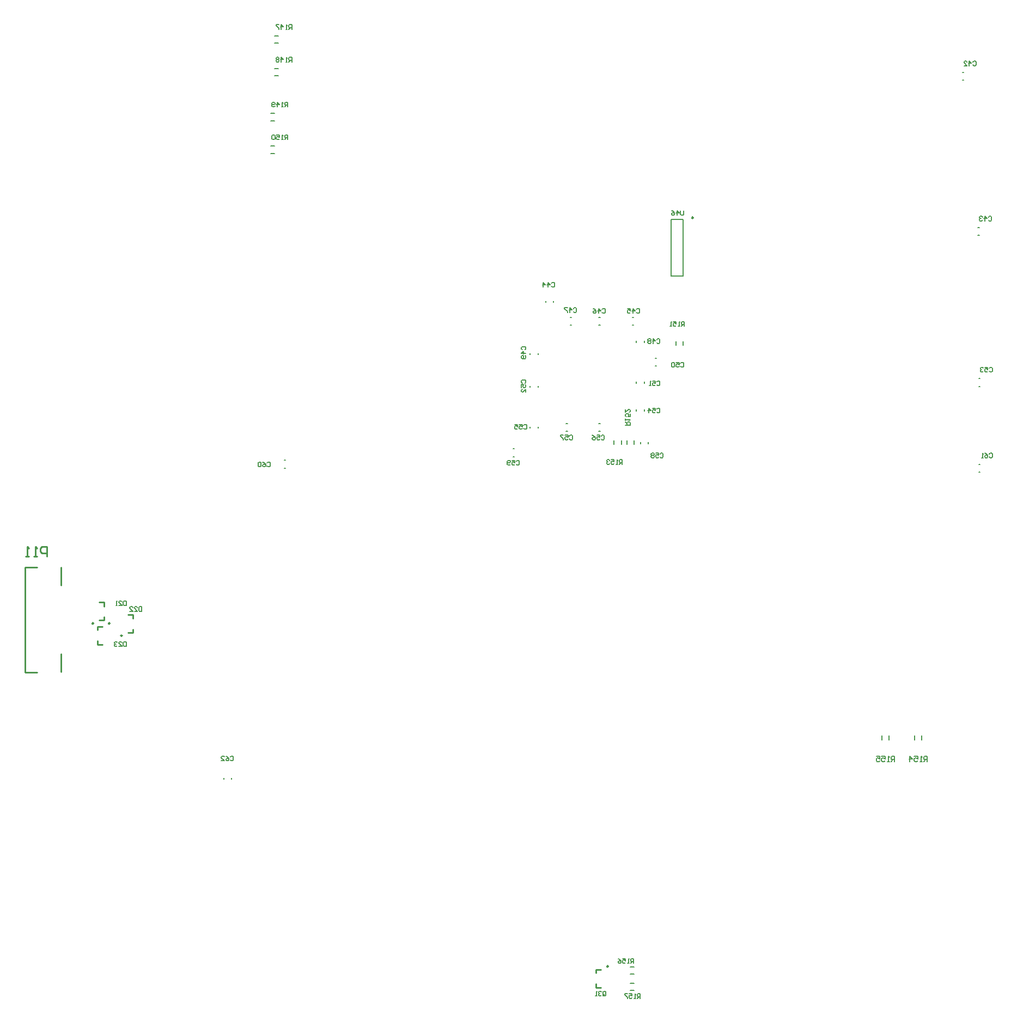
<source format=gbo>
G04 Layer_Color=32896*
%FSAX44Y44*%
%MOMM*%
G71*
G01*
G75*
%ADD50C,0.2540*%
%ADD98C,0.2000*%
%ADD99C,0.2500*%
%ADD102C,0.1270*%
D50*
X00699770Y00857250D02*
G03*
X00699770Y00857250I-00001270J00000000D01*
G01*
X00655320Y00876300D02*
G03*
X00655320Y00876300I-00001270J00000000D01*
G01*
X00680720D02*
G03*
X00680720Y00876300I-00001270J00000000D01*
G01*
X01455420Y00342900D02*
G03*
X01455420Y00342900I-00001270J00000000D01*
G01*
X00708660Y00890270D02*
X00716280D01*
Y00883920D02*
Y00890270D01*
Y00862330D02*
Y00867410D01*
X00708660Y00862330D02*
X00716280D01*
X00604520Y00801370D02*
Y00829310D01*
Y00935990D02*
Y00963930D01*
X00548640D02*
X00567690D01*
X00548640Y00800100D02*
Y00963930D01*
Y00800100D02*
X00567690D01*
X00664210Y00909320D02*
X00671830D01*
Y00902970D02*
Y00909320D01*
Y00881380D02*
Y00886460D01*
X00664210Y00881380D02*
X00671830D01*
X00661670Y00843280D02*
X00669290D01*
X00661670D02*
Y00849630D01*
Y00866140D02*
Y00871220D01*
X00669290D01*
X01436370Y00337820D02*
X01443990D01*
X01436370Y00332740D02*
Y00337820D01*
Y00309880D02*
Y00316230D01*
Y00309880D02*
X01443990D01*
X00582930Y00980440D02*
Y00995675D01*
X00575312D01*
X00572773Y00993136D01*
Y00988057D01*
X00575312Y00985518D01*
X00582930D01*
X00567695Y00980440D02*
X00562617D01*
X00565156D01*
Y00995675D01*
X00567695Y00993136D01*
X00554999Y00980440D02*
X00549921D01*
X00552460D01*
Y00995675D01*
X00554999Y00993136D01*
D98*
X01571100Y01416500D02*
Y01504500D01*
X01553100Y01416500D02*
Y01504500D01*
X01571100D01*
X01553100Y01416500D02*
X01571100D01*
X01942500Y00695500D02*
Y00701500D01*
X01931000Y00695500D02*
Y00701500D01*
X01891700Y00695500D02*
Y00701500D01*
X01880200Y00695500D02*
Y00701500D01*
X01346100Y01243600D02*
Y01245600D01*
X01333600Y01243600D02*
Y01245600D01*
X00869850Y00634000D02*
Y00636000D01*
X00857350Y00634000D02*
Y00636000D01*
X01495650Y01154650D02*
Y01160650D01*
X01484150Y01154650D02*
Y01160650D01*
X01571660Y01308910D02*
Y01314910D01*
X01560160Y01308910D02*
Y01314910D01*
X01492520Y01352450D02*
X01494520D01*
X01492520Y01339950D02*
X01494520D01*
X01440450Y01352450D02*
X01442450D01*
X01440450Y01339950D02*
X01442450D01*
X01396000Y01352450D02*
X01398000D01*
X01396000Y01339950D02*
X01398000D01*
X01357730Y01375680D02*
Y01377680D01*
X01370230Y01375680D02*
Y01377680D01*
X00951500Y01130200D02*
X00953500D01*
X00951500Y01117700D02*
X00953500D01*
X01333600Y01294400D02*
Y01296400D01*
X01346100Y01294400D02*
Y01296400D01*
X01498700Y01313450D02*
Y01315450D01*
X01511200Y01313450D02*
Y01315450D01*
X01528080Y01276450D02*
X01530080D01*
X01528080Y01288950D02*
X01530080D01*
X01511200Y01249950D02*
Y01251950D01*
X01498700Y01249950D02*
Y01251950D01*
Y01206770D02*
Y01208770D01*
X01511200Y01206770D02*
Y01208770D01*
X01475650Y01154650D02*
Y01160650D01*
X01464150Y01154650D02*
Y01160650D01*
X01517550Y01155970D02*
Y01157970D01*
X01505050Y01155970D02*
Y01157970D01*
X01440450Y01174850D02*
X01442450D01*
X01440450Y01187350D02*
X01442450D01*
X01389650Y01174850D02*
X01391650D01*
X01389650Y01187350D02*
X01391650D01*
X01333600Y01180100D02*
Y01182100D01*
X01346100Y01180100D02*
Y01182100D01*
X01307100Y01135480D02*
X01309100D01*
X01307100Y01147980D02*
X01309100D01*
X02031000Y01123850D02*
X02033000D01*
X02031000Y01111350D02*
X02033000D01*
X02031000Y01257200D02*
X02033000D01*
X02031000Y01244700D02*
X02033000D01*
X02029730Y01492150D02*
X02031730D01*
X02029730Y01479650D02*
X02031730D01*
X02005600Y01733450D02*
X02007600D01*
X02005600Y01720950D02*
X02007600D01*
X01489250Y00342300D02*
X01495250D01*
X01489250Y00330800D02*
X01495250D01*
X01489250Y00316900D02*
X01495250D01*
X01489250Y00305400D02*
X01495250D01*
X00936800Y01790100D02*
X00942800D01*
X00936800Y01778600D02*
X00942800D01*
X00936800Y01739300D02*
X00942800D01*
X00936800Y01727800D02*
X00942800D01*
X00930450Y01657950D02*
X00936450D01*
X00930450Y01669450D02*
X00936450D01*
X00930450Y01607150D02*
X00936450D01*
X00930450Y01618650D02*
X00936450D01*
D99*
X01587350Y01507100D02*
G03*
X01587350Y01507100I-00001250J00000000D01*
G01*
D102*
X00956818Y01679702D02*
Y01686700D01*
X00953319D01*
X00952153Y01685533D01*
Y01683201D01*
X00953319Y01682035D01*
X00956818D01*
X00954485D02*
X00952153Y01679702D01*
X00949820D02*
X00947488D01*
X00948654D01*
Y01686700D01*
X00949820Y01685533D01*
X00940490Y01679702D02*
Y01686700D01*
X00943989Y01683201D01*
X00939324D01*
X00936991Y01680868D02*
X00935825Y01679702D01*
X00933492D01*
X00932326Y01680868D01*
Y01685533D01*
X00933492Y01686700D01*
X00935825D01*
X00936991Y01685533D01*
Y01684367D01*
X00935825Y01683201D01*
X00932326D01*
X00963168Y01800352D02*
Y01807350D01*
X00959669D01*
X00958503Y01806183D01*
Y01803851D01*
X00959669Y01802685D01*
X00963168D01*
X00960835D02*
X00958503Y01800352D01*
X00956170D02*
X00953838D01*
X00955004D01*
Y01807350D01*
X00956170Y01806183D01*
X00946840Y01800352D02*
Y01807350D01*
X00950339Y01803851D01*
X00945674D01*
X00943341Y01807350D02*
X00938676D01*
Y01806183D01*
X00943341Y01801518D01*
Y01800352D01*
X00956818Y01628902D02*
Y01635900D01*
X00953319D01*
X00952153Y01634733D01*
Y01632401D01*
X00953319Y01631235D01*
X00956818D01*
X00954485D02*
X00952153Y01628902D01*
X00949820D02*
X00947488D01*
X00948654D01*
Y01635900D01*
X00949820Y01634733D01*
X00939324Y01635900D02*
X00943989D01*
Y01632401D01*
X00941656Y01633567D01*
X00940490D01*
X00939324Y01632401D01*
Y01630068D01*
X00940490Y01628902D01*
X00942822D01*
X00943989Y01630068D01*
X00936991Y01634733D02*
X00935825Y01635900D01*
X00933492D01*
X00932326Y01634733D01*
Y01630068D01*
X00933492Y01628902D01*
X00935825D01*
X00936991Y01630068D01*
Y01634733D01*
X00963168Y01749552D02*
Y01756550D01*
X00959669D01*
X00958503Y01755383D01*
Y01753051D01*
X00959669Y01751885D01*
X00963168D01*
X00960835D02*
X00958503Y01749552D01*
X00956170D02*
X00953838D01*
X00955004D01*
Y01756550D01*
X00956170Y01755383D01*
X00946840Y01749552D02*
Y01756550D01*
X00950339Y01753051D01*
X00945674D01*
X00943341Y01755383D02*
X00942175Y01756550D01*
X00939842D01*
X00938676Y01755383D01*
Y01754217D01*
X00939842Y01753051D01*
X00938676Y01751885D01*
Y01750718D01*
X00939842Y01749552D01*
X00942175D01*
X00943341Y01750718D01*
Y01751885D01*
X00942175Y01753051D01*
X00943341Y01754217D01*
Y01755383D01*
X00942175Y01753051D02*
X00939842D01*
X01899920Y00661670D02*
Y00669667D01*
X01895921D01*
X01894588Y00668335D01*
Y00665669D01*
X01895921Y00664336D01*
X01899920D01*
X01897254D02*
X01894588Y00661670D01*
X01891923D02*
X01889257D01*
X01890590D01*
Y00669667D01*
X01891923Y00668335D01*
X01879926Y00669667D02*
X01885258D01*
Y00665669D01*
X01882592Y00667002D01*
X01881259D01*
X01879926Y00665669D01*
Y00663003D01*
X01881259Y00661670D01*
X01883925D01*
X01885258Y00663003D01*
X01871929Y00669667D02*
X01877261D01*
Y00665669D01*
X01874595Y00667002D01*
X01873262D01*
X01871929Y00665669D01*
Y00663003D01*
X01873262Y00661670D01*
X01875928D01*
X01877261Y00663003D01*
X01950720Y00661670D02*
Y00669667D01*
X01946721D01*
X01945388Y00668335D01*
Y00665669D01*
X01946721Y00664336D01*
X01950720D01*
X01948054D02*
X01945388Y00661670D01*
X01942723D02*
X01940057D01*
X01941390D01*
Y00669667D01*
X01942723Y00668335D01*
X01930726Y00669667D02*
X01936058D01*
Y00665669D01*
X01933392Y00667002D01*
X01932059D01*
X01930726Y00665669D01*
Y00663003D01*
X01932059Y00661670D01*
X01934725D01*
X01936058Y00663003D01*
X01924062Y00661670D02*
Y00669667D01*
X01928061Y00665669D01*
X01922729D01*
X00867825Y00668518D02*
X00868991Y00669684D01*
X00871324D01*
X00872490Y00668518D01*
Y00663852D01*
X00871324Y00662686D01*
X00868991D01*
X00867825Y00663852D01*
X00860827Y00669684D02*
X00863160Y00668518D01*
X00865492Y00666185D01*
Y00663852D01*
X00864326Y00662686D01*
X00861993D01*
X00860827Y00663852D01*
Y00665019D01*
X00861993Y00666185D01*
X00865492D01*
X00853829Y00662686D02*
X00858494D01*
X00853829Y00667351D01*
Y00668518D01*
X00854996Y00669684D01*
X00857328D01*
X00858494Y00668518D01*
X01446945Y00298346D02*
Y00303011D01*
X01448111Y00304178D01*
X01450444D01*
X01451610Y00303011D01*
Y00298346D01*
X01450444Y00297180D01*
X01448111D01*
X01449277Y00299513D02*
X01446945Y00297180D01*
X01448111D02*
X01446945Y00298346D01*
X01444612Y00303011D02*
X01443446Y00304178D01*
X01441113D01*
X01439947Y00303011D01*
Y00301845D01*
X01441113Y00300679D01*
X01442280D01*
X01441113D01*
X01439947Y00299513D01*
Y00298346D01*
X01441113Y00297180D01*
X01443446D01*
X01444612Y00298346D01*
X01437614Y00297180D02*
X01435282D01*
X01436448D01*
Y00304178D01*
X01437614Y00303011D01*
X01504950Y00293370D02*
Y00300368D01*
X01501451D01*
X01500285Y00299202D01*
Y00296869D01*
X01501451Y00295703D01*
X01504950D01*
X01502617D02*
X01500285Y00293370D01*
X01497952D02*
X01495620D01*
X01496786D01*
Y00300368D01*
X01497952Y00299202D01*
X01487456Y00300368D02*
X01492121D01*
Y00296869D01*
X01489788Y00298035D01*
X01488622D01*
X01487456Y00296869D01*
Y00294536D01*
X01488622Y00293370D01*
X01490954D01*
X01492121Y00294536D01*
X01485123Y00300368D02*
X01480458D01*
Y00299202D01*
X01485123Y00294536D01*
Y00293370D01*
X01321319Y01250095D02*
X01320152Y01251261D01*
Y01253594D01*
X01321319Y01254760D01*
X01325984D01*
X01327150Y01253594D01*
Y01251261D01*
X01325984Y01250095D01*
X01320152Y01243097D02*
Y01247762D01*
X01323651D01*
X01322485Y01245430D01*
Y01244263D01*
X01323651Y01243097D01*
X01325984D01*
X01327150Y01244263D01*
Y01246596D01*
X01325984Y01247762D01*
X01327150Y01236099D02*
Y01240764D01*
X01322485Y01236099D01*
X01321319D01*
X01320152Y01237266D01*
Y01239598D01*
X01321319Y01240764D01*
X00706120Y00847738D02*
Y00840740D01*
X00702621D01*
X00701455Y00841906D01*
Y00846572D01*
X00702621Y00847738D01*
X00706120D01*
X00694457Y00840740D02*
X00699122D01*
X00694457Y00845405D01*
Y00846572D01*
X00695623Y00847738D01*
X00697956D01*
X00699122Y00846572D01*
X00692124D02*
X00690958Y00847738D01*
X00688626D01*
X00687459Y00846572D01*
Y00845405D01*
X00688626Y00844239D01*
X00689792D01*
X00688626D01*
X00687459Y00843073D01*
Y00841906D01*
X00688626Y00840740D01*
X00690958D01*
X00692124Y00841906D01*
X00706120Y00911238D02*
Y00904240D01*
X00702621D01*
X00701455Y00905406D01*
Y00910071D01*
X00702621Y00911238D01*
X00706120D01*
X00694457Y00904240D02*
X00699122D01*
X00694457Y00908905D01*
Y00910071D01*
X00695623Y00911238D01*
X00697956D01*
X00699122Y00910071D01*
X00692124Y00904240D02*
X00689792D01*
X00690958D01*
Y00911238D01*
X00692124Y00910071D01*
X00730250Y00902348D02*
Y00895350D01*
X00726751D01*
X00725585Y00896516D01*
Y00901181D01*
X00726751Y00902348D01*
X00730250D01*
X00718587Y00895350D02*
X00723252D01*
X00718587Y00900015D01*
Y00901181D01*
X00719753Y00902348D01*
X00722086D01*
X00723252Y00901181D01*
X00711589Y00895350D02*
X00716255D01*
X00711589Y00900015D01*
Y00901181D01*
X00712756Y00902348D01*
X00715088D01*
X00716255Y00901181D01*
X01321319Y01302165D02*
X01320152Y01303331D01*
Y01305664D01*
X01321319Y01306830D01*
X01325984D01*
X01327150Y01305664D01*
Y01303331D01*
X01325984Y01302165D01*
X01327150Y01296333D02*
X01320152D01*
X01323651Y01299832D01*
Y01295167D01*
X01325984Y01292834D02*
X01327150Y01291668D01*
Y01289336D01*
X01325984Y01288169D01*
X01321319D01*
X01320152Y01289336D01*
Y01291668D01*
X01321319Y01292834D01*
X01322485D01*
X01323651Y01291668D01*
Y01288169D01*
X01366935Y01405372D02*
X01368101Y01406538D01*
X01370434D01*
X01371600Y01405372D01*
Y01400706D01*
X01370434Y01399540D01*
X01368101D01*
X01366935Y01400706D01*
X01361103Y01399540D02*
Y01406538D01*
X01364602Y01403039D01*
X01359937D01*
X01354106Y01399540D02*
Y01406538D01*
X01357605Y01403039D01*
X01352939D01*
X01312325Y01128512D02*
X01313491Y01129678D01*
X01315824D01*
X01316990Y01128512D01*
Y01123846D01*
X01315824Y01122680D01*
X01313491D01*
X01312325Y01123846D01*
X01305327Y01129678D02*
X01309992D01*
Y01126179D01*
X01307660Y01127345D01*
X01306493D01*
X01305327Y01126179D01*
Y01123846D01*
X01306493Y01122680D01*
X01308826D01*
X01309992Y01123846D01*
X01302995D02*
X01301828Y01122680D01*
X01299496D01*
X01298329Y01123846D01*
Y01128512D01*
X01299496Y01129678D01*
X01301828D01*
X01302995Y01128512D01*
Y01127345D01*
X01301828Y01126179D01*
X01298329D01*
X01401225Y01366001D02*
X01402391Y01367168D01*
X01404724D01*
X01405890Y01366001D01*
Y01361336D01*
X01404724Y01360170D01*
X01402391D01*
X01401225Y01361336D01*
X01395393Y01360170D02*
Y01367168D01*
X01398892Y01363669D01*
X01394227D01*
X01391895Y01367168D02*
X01387229D01*
Y01366001D01*
X01391895Y01361336D01*
Y01360170D01*
X01445675Y01364731D02*
X01446841Y01365898D01*
X01449174D01*
X01450340Y01364731D01*
Y01360066D01*
X01449174Y01358900D01*
X01446841D01*
X01445675Y01360066D01*
X01439843Y01358900D02*
Y01365898D01*
X01443342Y01362399D01*
X01438677D01*
X01431679Y01365898D02*
X01434012Y01364731D01*
X01436344Y01362399D01*
Y01360066D01*
X01435178Y01358900D01*
X01432846D01*
X01431679Y01360066D01*
Y01361233D01*
X01432846Y01362399D01*
X01436344D01*
X01499015Y01364731D02*
X01500181Y01365898D01*
X01502514D01*
X01503680Y01364731D01*
Y01360066D01*
X01502514Y01358900D01*
X01500181D01*
X01499015Y01360066D01*
X01493183Y01358900D02*
Y01365898D01*
X01496682Y01362399D01*
X01492017D01*
X01485019Y01365898D02*
X01489684D01*
Y01362399D01*
X01487352Y01363565D01*
X01486186D01*
X01485019Y01362399D01*
Y01360066D01*
X01486186Y01358900D01*
X01488518D01*
X01489684Y01360066D01*
X01530765Y01317742D02*
X01531931Y01318908D01*
X01534264D01*
X01535430Y01317742D01*
Y01313076D01*
X01534264Y01311910D01*
X01531931D01*
X01530765Y01313076D01*
X01524933Y01311910D02*
Y01318908D01*
X01528432Y01315409D01*
X01523767D01*
X01521434Y01317742D02*
X01520268Y01318908D01*
X01517936D01*
X01516769Y01317742D01*
Y01316575D01*
X01517936Y01315409D01*
X01516769Y01314243D01*
Y01313076D01*
X01517936Y01311910D01*
X01520268D01*
X01521434Y01313076D01*
Y01314243D01*
X01520268Y01315409D01*
X01521434Y01316575D01*
Y01317742D01*
X01520268Y01315409D02*
X01517936D01*
X01530765Y01251982D02*
X01531931Y01253148D01*
X01534264D01*
X01535430Y01251982D01*
Y01247316D01*
X01534264Y01246150D01*
X01531931D01*
X01530765Y01247316D01*
X01523767Y01253148D02*
X01528432D01*
Y01249649D01*
X01526100Y01250815D01*
X01524933D01*
X01523767Y01249649D01*
Y01247316D01*
X01524933Y01246150D01*
X01527266D01*
X01528432Y01247316D01*
X01521434Y01246150D02*
X01519102D01*
X01520268D01*
Y01253148D01*
X01521434Y01251982D01*
X01567595Y01280912D02*
X01568761Y01282078D01*
X01571094D01*
X01572260Y01280912D01*
Y01276246D01*
X01571094Y01275080D01*
X01568761D01*
X01567595Y01276246D01*
X01560597Y01282078D02*
X01565262D01*
Y01278579D01*
X01562930Y01279745D01*
X01561763D01*
X01560597Y01278579D01*
Y01276246D01*
X01561763Y01275080D01*
X01564096D01*
X01565262Y01276246D01*
X01558264Y01280912D02*
X01557098Y01282078D01*
X01554766D01*
X01553599Y01280912D01*
Y01276246D01*
X01554766Y01275080D01*
X01557098D01*
X01558264Y01276246D01*
Y01280912D01*
X01530765Y01209791D02*
X01531931Y01210958D01*
X01534264D01*
X01535430Y01209791D01*
Y01205126D01*
X01534264Y01203960D01*
X01531931D01*
X01530765Y01205126D01*
X01523767Y01210958D02*
X01528432D01*
Y01207459D01*
X01526100Y01208625D01*
X01524933D01*
X01523767Y01207459D01*
Y01205126D01*
X01524933Y01203960D01*
X01527266D01*
X01528432Y01205126D01*
X01517936Y01203960D02*
Y01210958D01*
X01521434Y01207459D01*
X01516769D01*
X01535845Y01139941D02*
X01537011Y01141108D01*
X01539344D01*
X01540510Y01139941D01*
Y01135276D01*
X01539344Y01134110D01*
X01537011D01*
X01535845Y01135276D01*
X01528847Y01141108D02*
X01533512D01*
Y01137609D01*
X01531180Y01138775D01*
X01530013D01*
X01528847Y01137609D01*
Y01135276D01*
X01530013Y01134110D01*
X01532346D01*
X01533512Y01135276D01*
X01526514Y01139941D02*
X01525348Y01141108D01*
X01523016D01*
X01521849Y01139941D01*
Y01138775D01*
X01523016Y01137609D01*
X01521849Y01136443D01*
Y01135276D01*
X01523016Y01134110D01*
X01525348D01*
X01526514Y01135276D01*
Y01136443D01*
X01525348Y01137609D01*
X01526514Y01138775D01*
Y01139941D01*
X01525348Y01137609D02*
X01523016D01*
X01444405Y01167881D02*
X01445571Y01169048D01*
X01447904D01*
X01449070Y01167881D01*
Y01163216D01*
X01447904Y01162050D01*
X01445571D01*
X01444405Y01163216D01*
X01437407Y01169048D02*
X01442072D01*
Y01165549D01*
X01439740Y01166715D01*
X01438573D01*
X01437407Y01165549D01*
Y01163216D01*
X01438573Y01162050D01*
X01440906D01*
X01442072Y01163216D01*
X01430409Y01169048D02*
X01432742Y01167881D01*
X01435074Y01165549D01*
Y01163216D01*
X01433908Y01162050D01*
X01431576D01*
X01430409Y01163216D01*
Y01164383D01*
X01431576Y01165549D01*
X01435074D01*
X01394875Y01167881D02*
X01396041Y01169048D01*
X01398374D01*
X01399540Y01167881D01*
Y01163216D01*
X01398374Y01162050D01*
X01396041D01*
X01394875Y01163216D01*
X01387877Y01169048D02*
X01392542D01*
Y01165549D01*
X01390210Y01166715D01*
X01389043D01*
X01387877Y01165549D01*
Y01163216D01*
X01389043Y01162050D01*
X01391376D01*
X01392542Y01163216D01*
X01385544Y01169048D02*
X01380879D01*
Y01167881D01*
X01385544Y01163216D01*
Y01162050D01*
X01323755Y01184391D02*
X01324921Y01185558D01*
X01327254D01*
X01328420Y01184391D01*
Y01179726D01*
X01327254Y01178560D01*
X01324921D01*
X01323755Y01179726D01*
X01316757Y01185558D02*
X01321422D01*
Y01182059D01*
X01319090Y01183225D01*
X01317923D01*
X01316757Y01182059D01*
Y01179726D01*
X01317923Y01178560D01*
X01320256D01*
X01321422Y01179726D01*
X01309759Y01185558D02*
X01314424D01*
Y01182059D01*
X01312092Y01183225D01*
X01310926D01*
X01309759Y01182059D01*
Y01179726D01*
X01310926Y01178560D01*
X01313258D01*
X01314424Y01179726D01*
X00924975Y01125972D02*
X00926141Y01127138D01*
X00928474D01*
X00929640Y01125972D01*
Y01121306D01*
X00928474Y01120140D01*
X00926141D01*
X00924975Y01121306D01*
X00917977Y01127138D02*
X00920310Y01125972D01*
X00922642Y01123639D01*
Y01121306D01*
X00921476Y01120140D01*
X00919143D01*
X00917977Y01121306D01*
Y01122473D01*
X00919143Y01123639D01*
X00922642D01*
X00915645Y01125972D02*
X00914478Y01127138D01*
X00912146D01*
X00910979Y01125972D01*
Y01121306D01*
X00912146Y01120140D01*
X00914478D01*
X00915645Y01121306D01*
Y01125972D01*
X01477010Y01123950D02*
Y01130948D01*
X01473511D01*
X01472345Y01129781D01*
Y01127449D01*
X01473511Y01126283D01*
X01477010D01*
X01474677D02*
X01472345Y01123950D01*
X01470012D02*
X01467680D01*
X01468846D01*
Y01130948D01*
X01470012Y01129781D01*
X01459516Y01130948D02*
X01464181D01*
Y01127449D01*
X01461848Y01128615D01*
X01460682D01*
X01459516Y01127449D01*
Y01125116D01*
X01460682Y01123950D01*
X01463015D01*
X01464181Y01125116D01*
X01457183Y01129781D02*
X01456017Y01130948D01*
X01453684D01*
X01452518Y01129781D01*
Y01128615D01*
X01453684Y01127449D01*
X01454850D01*
X01453684D01*
X01452518Y01126283D01*
Y01125116D01*
X01453684Y01123950D01*
X01456017D01*
X01457183Y01125116D01*
X01482090Y01184910D02*
X01489088D01*
Y01188409D01*
X01487921Y01189575D01*
X01485589D01*
X01484423Y01188409D01*
Y01184910D01*
Y01187243D02*
X01482090Y01189575D01*
Y01191908D02*
Y01194240D01*
Y01193074D01*
X01489088D01*
X01487921Y01191908D01*
X01489088Y01202404D02*
Y01197739D01*
X01485589D01*
X01486755Y01200072D01*
Y01201238D01*
X01485589Y01202404D01*
X01483256D01*
X01482090Y01201238D01*
Y01198905D01*
X01483256Y01197739D01*
X01482090Y01209402D02*
Y01204737D01*
X01486755Y01209402D01*
X01487921D01*
X01489088Y01208236D01*
Y01205903D01*
X01487921Y01204737D01*
X01573530Y01338580D02*
Y01345578D01*
X01570031D01*
X01568865Y01344411D01*
Y01342079D01*
X01570031Y01340913D01*
X01573530D01*
X01571197D02*
X01568865Y01338580D01*
X01566532D02*
X01564200D01*
X01565366D01*
Y01345578D01*
X01566532Y01344411D01*
X01556036Y01345578D02*
X01560701D01*
Y01342079D01*
X01558368Y01343245D01*
X01557202D01*
X01556036Y01342079D01*
Y01339746D01*
X01557202Y01338580D01*
X01559534D01*
X01560701Y01339746D01*
X01553703Y01338580D02*
X01551371D01*
X01552537D01*
Y01345578D01*
X01553703Y01344411D01*
X02022001Y01749541D02*
X02023167Y01750708D01*
X02025500D01*
X02026666Y01749541D01*
Y01744876D01*
X02025500Y01743710D01*
X02023167D01*
X02022001Y01744876D01*
X02016169Y01743710D02*
Y01750708D01*
X02019668Y01747209D01*
X02015003D01*
X02008005Y01743710D02*
X02012670D01*
X02008005Y01748375D01*
Y01749541D01*
X02009172Y01750708D01*
X02011504D01*
X02012670Y01749541D01*
X02046131Y01508241D02*
X02047297Y01509408D01*
X02049630D01*
X02050796Y01508241D01*
Y01503576D01*
X02049630Y01502410D01*
X02047297D01*
X02046131Y01503576D01*
X02040299Y01502410D02*
Y01509408D01*
X02043798Y01505909D01*
X02039133D01*
X02036801Y01508241D02*
X02035634Y01509408D01*
X02033302D01*
X02032135Y01508241D01*
Y01507075D01*
X02033302Y01505909D01*
X02034468D01*
X02033302D01*
X02032135Y01504743D01*
Y01503576D01*
X02033302Y01502410D01*
X02035634D01*
X02036801Y01503576D01*
X02047401Y01273291D02*
X02048567Y01274458D01*
X02050900D01*
X02052066Y01273291D01*
Y01268626D01*
X02050900Y01267460D01*
X02048567D01*
X02047401Y01268626D01*
X02040403Y01274458D02*
X02045068D01*
Y01270959D01*
X02042736Y01272125D01*
X02041569D01*
X02040403Y01270959D01*
Y01268626D01*
X02041569Y01267460D01*
X02043902D01*
X02045068Y01268626D01*
X02038071Y01273291D02*
X02036904Y01274458D01*
X02034572D01*
X02033405Y01273291D01*
Y01272125D01*
X02034572Y01270959D01*
X02035738D01*
X02034572D01*
X02033405Y01269793D01*
Y01268626D01*
X02034572Y01267460D01*
X02036904D01*
X02038071Y01268626D01*
X02047401Y01139941D02*
X02048567Y01141108D01*
X02050900D01*
X02052066Y01139941D01*
Y01135276D01*
X02050900Y01134110D01*
X02048567D01*
X02047401Y01135276D01*
X02040403Y01141108D02*
X02042736Y01139941D01*
X02045068Y01137609D01*
Y01135276D01*
X02043902Y01134110D01*
X02041569D01*
X02040403Y01135276D01*
Y01136443D01*
X02041569Y01137609D01*
X02045068D01*
X02038071Y01134110D02*
X02035738D01*
X02036904D01*
Y01141108D01*
X02038071Y01139941D01*
X01494790Y00347980D02*
Y00354978D01*
X01491291D01*
X01490125Y00353811D01*
Y00351479D01*
X01491291Y00350313D01*
X01494790D01*
X01492457D02*
X01490125Y00347980D01*
X01487792D02*
X01485460D01*
X01486626D01*
Y00354978D01*
X01487792Y00353811D01*
X01477296Y00354978D02*
X01481961D01*
Y00351479D01*
X01479628Y00352645D01*
X01478462D01*
X01477296Y00351479D01*
Y00349146D01*
X01478462Y00347980D01*
X01480795D01*
X01481961Y00349146D01*
X01470298Y00354978D02*
X01472630Y00353811D01*
X01474963Y00351479D01*
Y00349146D01*
X01473797Y00347980D01*
X01471464D01*
X01470298Y00349146D01*
Y00350313D01*
X01471464Y00351479D01*
X01474963D01*
X01572260Y01518298D02*
Y01512466D01*
X01571094Y01511300D01*
X01568761D01*
X01567595Y01512466D01*
Y01518298D01*
X01561763Y01511300D02*
Y01518298D01*
X01565262Y01514799D01*
X01560597D01*
X01553599Y01518298D02*
X01555932Y01517132D01*
X01558264Y01514799D01*
Y01512466D01*
X01557098Y01511300D01*
X01554766D01*
X01553599Y01512466D01*
Y01513633D01*
X01554766Y01514799D01*
X01558264D01*
M02*

</source>
